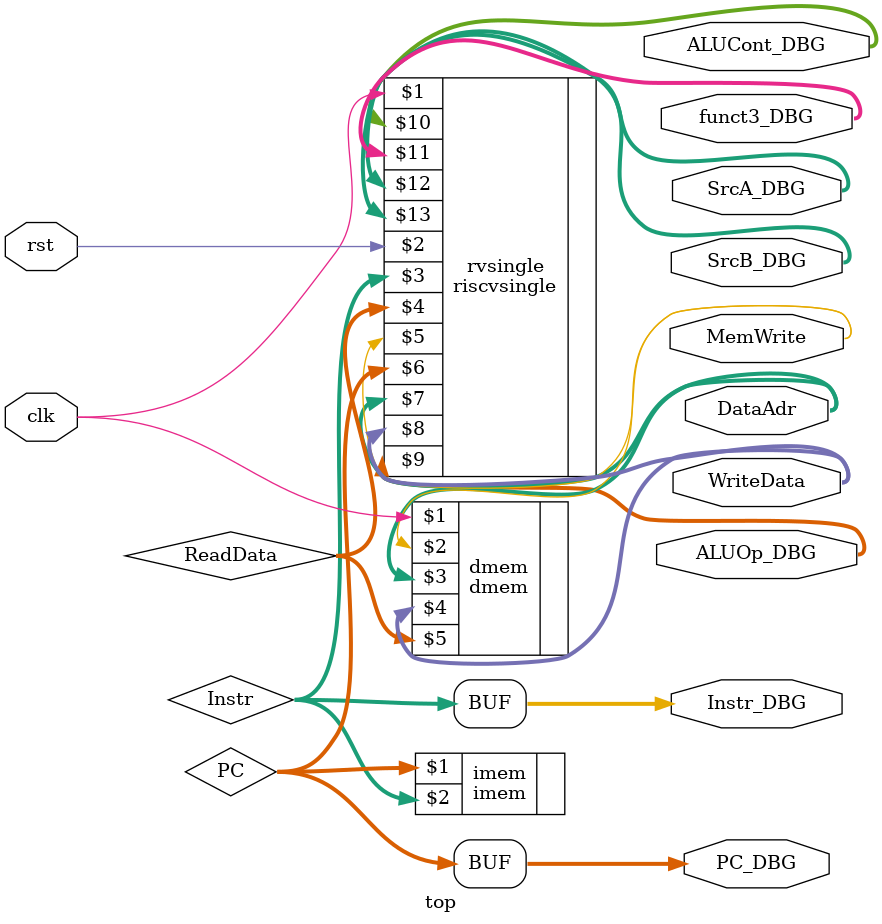
<source format=sv>
module top (input logic clk, rst,
				output logic MemWrite,
				output logic [31:0] WriteData, DataAdr,
				output logic [1:0] ALUOp_DBG,
				output logic [2:0] ALUCont_DBG, funct3_DBG,
				output logic [31:0] PC_DBG, Instr_DBG, SrcA_DBG, SrcB_DBG);
				
	logic [31:0] PC, Instr, ReadData;
	
	riscvsingle rvsingle (clk, rst, Instr, ReadData,
								 MemWrite, PC, DataAdr, WriteData,
								 ALUOp_DBG, ALUCont_DBG, funct3_DBG, SrcA_DBG, SrcB_DBG);
	
	imem imem(PC, 
				 Instr);
	
	dmem dmem(clk, MemWrite, DataAdr, WriteData,
				 ReadData);
				 
	assign PC_DBG = PC;
	assign Instr_DBG = Instr;
	
endmodule

</source>
